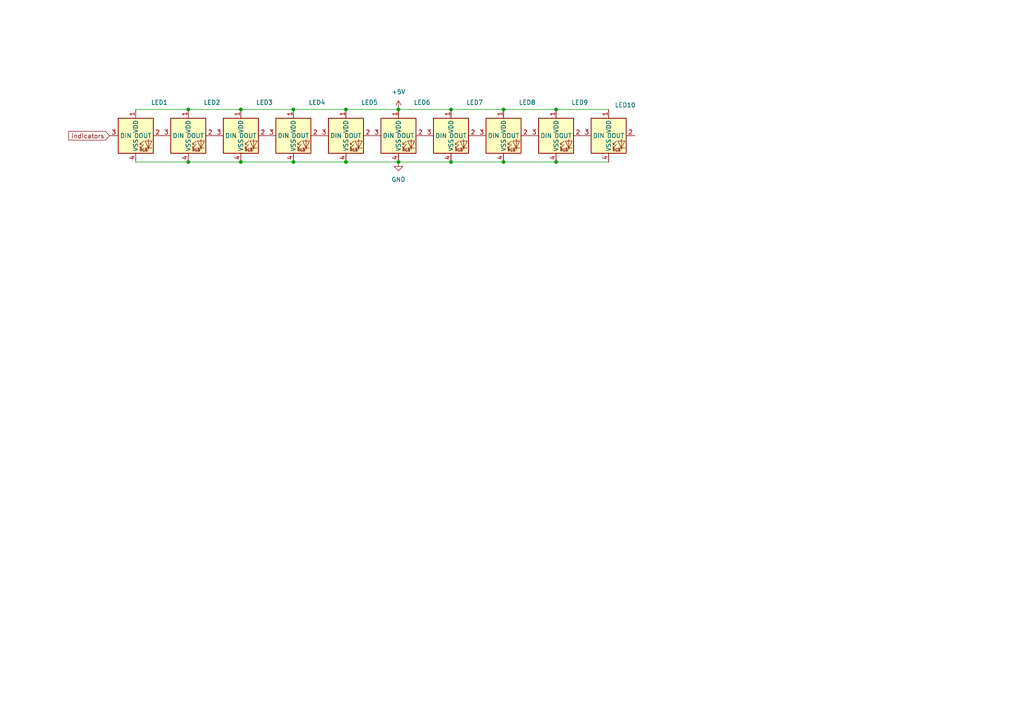
<source format=kicad_sch>
(kicad_sch (version 20231120) (generator "eeschema") (generator_version "8.0")
  (paper "A4")
  (lib_symbols
    (symbol "PCM_marbastlib-mx:MX_SK6812MINI-E"
      (property "Reference" "LED" (at 3.175 6.35 0))
      (property "Value" "MX_SK6812MINI-E" (at 10.16 -6.985 0))
      (symbol "MX_SK6812MINI-E_0_0"
        (text "RGB" (at 2.286 -4.191 0) (effects (font (size 0.762 0.762))))
      )
      (symbol "MX_SK6812MINI-E_0_1"
        (rectangle (start -5.08 5.08) (end 5.08 -5.08) (stroke (width 0.254)) (fill (type background)))
        (polyline (pts (xy 1.27 -3.556) (xy 1.778 -3.556)))
        (polyline (pts (xy 1.27 -2.54) (xy 1.778 -2.54)))
        (polyline (pts (xy 4.699 -3.556) (xy 2.667 -3.556)))
        (polyline (pts (xy 2.286 -2.54) (xy 1.27 -3.556) (xy 1.27 -3.048)))
        (polyline (pts (xy 2.286 -1.524) (xy 1.27 -2.54) (xy 1.27 -2.032)))
        (polyline (pts (xy 3.683 -1.016) (xy 3.683 -3.556) (xy 3.683 -4.064)))
        (polyline (pts (xy 4.699 -1.524) (xy 2.667 -1.524) (xy 3.683 -3.556) (xy 4.699 -1.524)))
      )
      (symbol "MX_SK6812MINI-E_1_1"
        (pin power_in line (at 0 7.62 270) (length 2.54) (name "VDD") (number "1"))
        (pin output line (at 7.62 0 180) (length 2.54) (name "DOUT") (number "2"))
        (pin input line (at -7.62 0 0) (length 2.54) (name "DIN") (number "3"))
        (pin power_in line (at 0 -7.62 90) (length 2.54) (name "VSS") (number "4"))
      )
    )
    (symbol "PCM_marbastlib-various:SK6812MINI-E"
      (property "Reference" "LED" (at 2.54 6.35 0))
      (property "Value" "SK6812MINI-E" (at 7.62 -6.35 0))
      (symbol "SK6812MINI-E_0_0"
        (text "RGB" (at 2.286 -4.191 0) (effects (font (size 0.762 0.762))))
      )
      (symbol "SK6812MINI-E_0_1"
        (polyline (pts (xy 1.27 -3.556) (xy 1.778 -3.556)))
        (polyline (pts (xy 1.27 -2.54) (xy 1.778 -2.54)))
        (polyline (pts (xy 4.699 -3.556) (xy 2.667 -3.556)))
        (polyline (pts (xy 2.286 -2.54) (xy 1.27 -3.556) (xy 1.27 -3.048)))
        (polyline (pts (xy 2.286 -1.524) (xy 1.27 -2.54) (xy 1.27 -2.032)))
        (polyline (pts (xy 3.683 -1.016) (xy 3.683 -3.556) (xy 3.683 -4.064)))
        (polyline (pts (xy 4.699 -1.524) (xy 2.667 -1.524) (xy 3.683 -3.556) (xy 4.699 -1.524)))
        (rectangle (start 5.08 5.08) (end -5.08 -5.08) (stroke (width 0.254)) (fill (type background)))
      )
      (symbol "SK6812MINI-E_1_1"
        (pin power_in line (at 0 7.62 270) (length 2.54) (name "VDD") (number "1"))
        (pin output line (at 7.62 0 180) (length 2.54) (name "DOUT") (number "2"))
        (pin input line (at -7.62 0 0) (length 2.54) (name "DIN") (number "3"))
        (pin power_in line (at 0 -7.62 90) (length 2.54) (name "VSS") (number "4"))
      )
    )
    (symbol "power:+5V" (power) (pin_names (offset 0))
      (property "Value" "+5V" (at 0 3.556 0))
      (symbol "+5V_0_1"
        (polyline (pts (xy -0.762 1.27) (xy 0 2.54)))
        (polyline (pts (xy 0 0) (xy 0 2.54)))
        (polyline (pts (xy 0 2.54) (xy 0.762 1.27)))
      )
      (symbol "+5V_1_1"
        (pin power_in line (at 0 0 90) (length 0) hide (name "+5V") (number "1"))
      )
    )
    (symbol "power:GND" (power) (pin_names (offset 0))
      (property "Value" "power_GND" (at 0 -3.81 0))
      (symbol "GND_0_1"
        (polyline (pts (xy 0 0) (xy 0 -1.27) (xy 1.27 -1.27) (xy 0 -2.54) (xy -1.27 -1.27) (xy 0 -1.27)))
      )
      (symbol "GND_1_1"
        (pin power_in line (at 0 0 270) (length 0) hide (name "GND") (number "1"))
      )
    )
  )
  (junction (at 146.05 46.99))
  (junction (at 85.09 46.99))
  (junction (at 85.09 31.75))
  (junction (at 130.81 46.99))
  (junction (at 54.61 46.99))
  (junction (at 69.85 46.99))
  (junction (at 161.29 31.75))
  (junction (at 115.57 46.99))
  (junction (at 69.85 31.75))
  (junction (at 100.33 46.99))
  (junction (at 130.81 31.75))
  (junction (at 100.33 31.75))
  (junction (at 161.29 46.99))
  (junction (at 115.57 31.75))
  (junction (at 54.61 31.75))
  (junction (at 146.05 31.75))
  (wire (pts (xy 54.61 46.99) (xy 69.85 46.99)))
  (wire (pts (xy 130.81 31.75) (xy 146.05 31.75)))
  (wire (pts (xy 69.85 31.75) (xy 85.09 31.75)))
  (wire (pts (xy 115.57 31.75) (xy 130.81 31.75)))
  (wire (pts (xy 130.81 46.99) (xy 146.05 46.99)))
  (wire (pts (xy 146.05 31.75) (xy 161.29 31.75)))
  (wire (pts (xy 85.09 46.99) (xy 100.33 46.99)))
  (wire (pts (xy 146.05 46.99) (xy 161.29 46.99)))
  (wire (pts (xy 39.37 46.99) (xy 54.61 46.99)))
  (wire (pts (xy 54.61 31.75) (xy 69.85 31.75)))
  (wire (pts (xy 161.29 46.99) (xy 176.53 46.99)))
  (wire (pts (xy 100.33 31.75) (xy 115.57 31.75)))
  (wire (pts (xy 161.29 31.75) (xy 176.53 31.75)))
  (wire (pts (xy 115.57 46.99) (xy 130.81 46.99)))
  (wire (pts (xy 69.85 46.99) (xy 85.09 46.99)))
  (wire (pts (xy 39.37 31.75) (xy 54.61 31.75)))
  (wire (pts (xy 85.09 31.75) (xy 100.33 31.75)))
  (wire (pts (xy 100.33 46.99) (xy 115.57 46.99)))
  (global_label "indicators" (shape input) (at 31.75 39.37 180) (property "Intersheetrefs" "${INTERSHEET_REFS}" (effects (hide yes))))
  (symbol (lib_id "power:+5V") (at 115.57 31.75 0) (unit 1)
    (property "Reference" "#PWR049" (effects (hide yes)))
    (property "Value" "+5V" (at 115.57 26.67 0))
  )
  (symbol (lib_id "PCM_marbastlib-various:SK6812MINI-E") (at 69.85 39.37 0) (unit 1)
    (property "Reference" "LED3" (at 76.708 29.718 0))
    (property "Value" "SK6812MINI-E" (effects (hide yes)))
    (property "Footprint" "PCM_marbastlib-various:LED_6028R" (effects (hide yes)))
    (property "Description" "Reverse mount adressable LED (WS2812 protocol)" (effects (hide yes)))
  )
  (symbol (lib_id "PCM_marbastlib-various:SK6812MINI-E") (at 161.29 39.37 0) (unit 1)
    (property "Reference" "LED9" (at 168.148 29.718 0))
    (property "Value" "SK6812MINI-E" (effects (hide yes)))
    (property "Footprint" "PCM_marbastlib-various:LED_6028R" (effects (hide yes)))
    (property "Description" "Reverse mount adressable LED (WS2812 protocol)" (effects (hide yes)))
  )
  (symbol (lib_id "PCM_marbastlib-various:SK6812MINI-E") (at 130.81 39.37 0) (unit 1)
    (property "Reference" "LED7" (at 137.668 29.718 0))
    (property "Value" "SK6812MINI-E" (effects (hide yes)))
    (property "Footprint" "PCM_marbastlib-various:LED_6028R" (effects (hide yes)))
    (property "Description" "Reverse mount adressable LED (WS2812 protocol)" (effects (hide yes)))
  )
  (symbol (lib_id "PCM_marbastlib-various:SK6812MINI-E") (at 100.33 39.37 0) (unit 1)
    (property "Reference" "LED5" (at 107.188 29.718 0))
    (property "Value" "SK6812MINI-E" (effects (hide yes)))
    (property "Footprint" "PCM_marbastlib-various:LED_6028R" (effects (hide yes)))
    (property "Description" "Reverse mount adressable LED (WS2812 protocol)" (effects (hide yes)))
  )
  (symbol (lib_id "PCM_marbastlib-various:SK6812MINI-E") (at 54.61 39.37 0) (unit 1)
    (property "Reference" "LED2" (at 61.468 29.718 0))
    (property "Value" "SK6812MINI-E" (effects (hide yes)))
    (property "Footprint" "PCM_marbastlib-various:LED_6028R" (effects (hide yes)))
    (property "Description" "Reverse mount adressable LED (WS2812 protocol)" (effects (hide yes)))
  )
  (symbol (lib_id "PCM_marbastlib-mx:MX_SK6812MINI-E") (at 176.53 39.37 0) (unit 1)
    (property "Reference" "LED10" (at 181.356 30.48 0))
    (property "Value" "MX_SK6812MINI-E" (effects (hide yes)))
    (property "Footprint" "PCM_marbastlib-mx:LED_MX_6028R" (effects (hide yes)))
    (property "Description" "Reverse mount adressable LED (WS2812 protocol)" (effects (hide yes)))
  )
  (symbol (lib_id "power:GND") (at 115.57 46.99 0) (unit 1)
    (property "Reference" "#PWR050" (effects (hide yes)))
    (property "Value" "GND" (at 115.57 52.07 0))
  )
  (symbol (lib_id "PCM_marbastlib-various:SK6812MINI-E") (at 115.57 39.37 0) (unit 1)
    (property "Reference" "LED6" (at 122.428 29.718 0))
    (property "Value" "SK6812MINI-E" (effects (hide yes)))
    (property "Footprint" "PCM_marbastlib-various:LED_6028R" (effects (hide yes)))
    (property "Description" "Reverse mount adressable LED (WS2812 protocol)" (effects (hide yes)))
  )
  (symbol (lib_id "PCM_marbastlib-various:SK6812MINI-E") (at 85.09 39.37 0) (unit 1)
    (property "Reference" "LED4" (at 91.948 29.718 0))
    (property "Value" "SK6812MINI-E" (effects (hide yes)))
    (property "Footprint" "PCM_marbastlib-various:LED_6028R" (effects (hide yes)))
    (property "Description" "Reverse mount adressable LED (WS2812 protocol)" (effects (hide yes)))
  )
  (symbol (lib_id "PCM_marbastlib-various:SK6812MINI-E") (at 39.37 39.37 0) (unit 1)
    (property "Reference" "LED1" (at 46.228 29.718 0))
    (property "Value" "SK6812MINI-E" (effects (hide yes)))
    (property "Footprint" "PCM_marbastlib-various:LED_6028R" (effects (hide yes)))
    (property "Description" "Reverse mount adressable LED (WS2812 protocol)" (effects (hide yes)))
  )
  (symbol (lib_id "PCM_marbastlib-various:SK6812MINI-E") (at 146.05 39.37 0) (unit 1)
    (property "Reference" "LED8" (at 152.908 29.718 0))
    (property "Value" "SK6812MINI-E" (effects (hide yes)))
    (property "Footprint" "PCM_marbastlib-various:LED_6028R" (effects (hide yes)))
    (property "Description" "Reverse mount adressable LED (WS2812 protocol)" (effects (hide yes)))
  )
)
</source>
